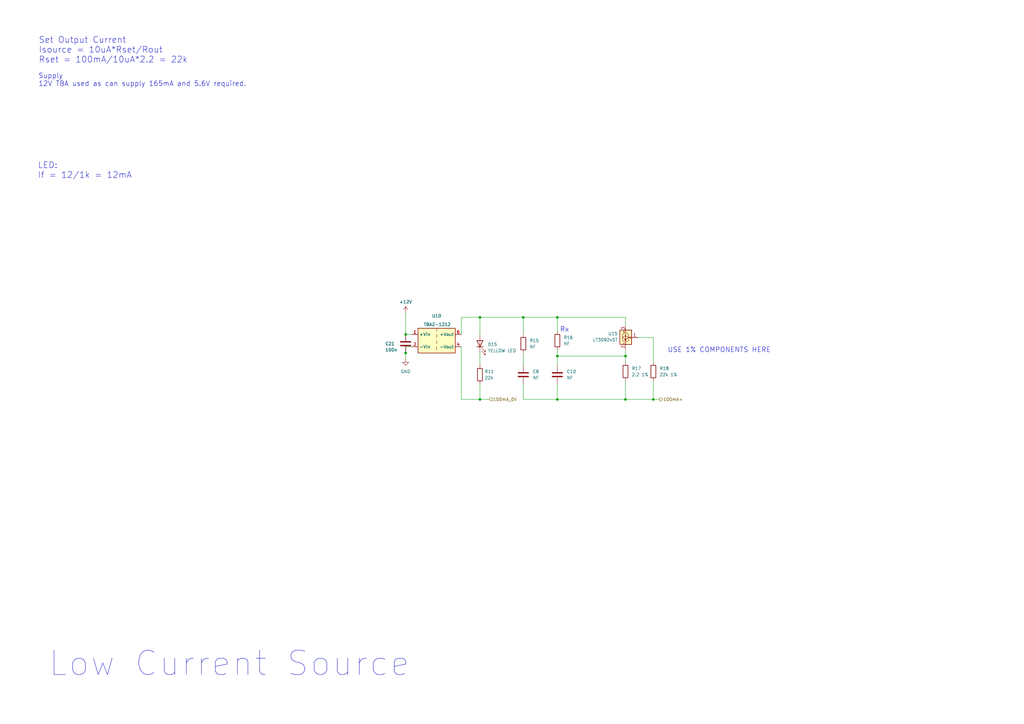
<source format=kicad_sch>
(kicad_sch (version 20231120) (generator "eeschema") (generator_version "8.0")
  (paper "A3")
  (title_block (title "GAVIM V4 TEST 137") (date "2024-06-25") (rev "00.00") (company "Nidec Drives"))
  (lib_symbols
    (symbol "Converter_DCDC:TBA2-1212"
      (property "Reference" "U" (at -6.35 6.35 0))
      (property "Value" "TBA2-1212" (at 2.54 6.35 0))
      (symbol "TBA2-1212_0_1"
        (rectangle (start -7.62 5.08) (end 7.62 -5.08) (stroke (width 0.254)) (fill (type background)))
        (polyline (pts (xy 0 -2.54) (xy 0 -3.81)))
        (polyline (pts (xy 0 0) (xy 0 -1.27)))
        (polyline (pts (xy 0 2.54) (xy 0 1.27)))
        (polyline (pts (xy 0 5.08) (xy 0 3.81)))
      )
      (symbol "TBA2-1212_1_1"
        (pin power_in line (at -10.16 2.54 0) (length 2.54) (name "+Vin") (number "1"))
        (pin power_in line (at -10.16 -2.54 0) (length 2.54) (name "-Vin") (number "2"))
        (pin power_out line (at 10.16 -2.54 180) (length 2.54) (name "-Vout") (number "4"))
        (pin power_out line (at 10.16 2.54 180) (length 2.54) (name "+Vout") (number "6"))
      )
    )
    (symbol "Device:C" (pin_numbers hide) (pin_names (offset 0.254))
      (property "Reference" "C" (at 0.635 2.54 0))
      (property "Value" "C" (at 0.635 -2.54 0))
      (symbol "C_0_1"
        (polyline (pts (xy -2.032 -0.762) (xy 2.032 -0.762)) (stroke (width 0.508)))
        (polyline (pts (xy -2.032 0.762) (xy 2.032 0.762)) (stroke (width 0.508)))
      )
      (symbol "C_1_1"
        (pin passive line (at 0 3.81 270) (length 2.794) (name "~") (number "1"))
        (pin passive line (at 0 -3.81 90) (length 2.794) (name "~") (number "2"))
      )
    )
    (symbol "Device:LED" (pin_numbers hide) (pin_names (offset 1.016) hide)
      (property "Reference" "D" (at 0 2.54 0))
      (property "Value" "LED" (at 0 -2.54 0))
      (symbol "LED_0_1"
        (polyline (pts (xy -1.27 -1.27) (xy -1.27 1.27)) (stroke (width 0.254)))
        (polyline (pts (xy -1.27 0) (xy 1.27 0)))
        (polyline (pts (xy 1.27 -1.27) (xy 1.27 1.27) (xy -1.27 0) (xy 1.27 -1.27)) (stroke (width 0.254)))
        (polyline (pts (xy -3.048 -0.762) (xy -4.572 -2.286) (xy -3.81 -2.286) (xy -4.572 -2.286) (xy -4.572 -1.524)))
        (polyline (pts (xy -1.778 -0.762) (xy -3.302 -2.286) (xy -2.54 -2.286) (xy -3.302 -2.286) (xy -3.302 -1.524)))
      )
      (symbol "LED_1_1"
        (pin passive line (at -3.81 0 0) (length 2.54) (name "K") (number "1"))
        (pin passive line (at 3.81 0 180) (length 2.54) (name "A") (number "2"))
      )
    )
    (symbol "Device:R" (pin_numbers hide) (pin_names (offset 0))
      (property "Reference" "R" (at 2.032 0 90))
      (property "Value" "R" (at 0 0 90))
      (symbol "R_0_1"
        (rectangle (start -1.016 -2.54) (end 1.016 2.54) (stroke (width 0.254)))
      )
      (symbol "R_1_1"
        (pin passive line (at 0 3.81 270) (length 1.27) (name "~") (number "1"))
        (pin passive line (at 0 -3.81 90) (length 1.27) (name "~") (number "2"))
      )
    )
    (symbol "Reference_Current:LT3092xST"
      (property "Reference" "U" (at 0.635 6.35 0))
      (property "Value" "LT3092xST" (at 0.635 4.445 0))
      (symbol "LT3092xST_0_1"
        (rectangle (start -2.286 3.048) (end 2.54 -2.794) (stroke (width 0.254)) (fill (type background)))
        (circle (center 0 -0.635) (radius 1.27))
        (polyline (pts (xy -1.143 -2.413) (xy -0.381 -2.413)))
        (polyline (pts (xy -1.016 2.413) (xy -0.254 2.413)))
        (polyline (pts (xy -0.635 2.794) (xy -0.635 2.032)))
        (polyline (pts (xy 0 -1.905) (xy 0 -3.175)))
        (polyline (pts (xy 0 1.397) (xy 0 -1.397)) (stroke (width 0.254)))
        (polyline (pts (xy 0 3.81) (xy 0 1.905)))
        (polyline (pts (xy 5.08 0) (xy 1.27 0)))
        (polyline (pts (xy 0 -1.397) (xy -0.254 -0.889) (xy 0.254 -0.889) (xy 0 -1.397)) (stroke (width 0.254)))
        (polyline (pts (xy 1.27 0) (xy 2.159 0.254) (xy 2.159 -0.254) (xy 1.27 0)))
        (circle (center 0 0.635) (radius 1.27))
      )
      (symbol "LT3092xST_1_1"
        (pin passive line (at 5.08 0 180) (length 2.54) (name "~") (number "1"))
        (pin passive line (at 0 -5.08 90) (length 2.54) (name "~") (number "2"))
        (pin passive line (at 0 5.08 270) (length 2.54) (name "~") (number "3"))
      )
    )
    (symbol "power:+12V" (power) (pin_numbers hide) (pin_names (offset 0) hide)
      (property "Value" "+12V" (at 0 3.556 0))
      (symbol "+12V_0_1"
        (polyline (pts (xy -0.762 1.27) (xy 0 2.54)))
        (polyline (pts (xy 0 0) (xy 0 2.54)))
        (polyline (pts (xy 0 2.54) (xy 0.762 1.27)))
      )
      (symbol "+12V_1_1"
        (pin power_in line (at 0 0 90) (length 0) (name "~") (number "1"))
      )
    )
    (symbol "power:GND" (power) (pin_names (offset 0))
      (property "Value" "GND" (at 0 -3.81 0))
      (symbol "GND_0_1"
        (polyline (pts (xy 0 0) (xy 0 -1.27) (xy 1.27 -1.27) (xy 0 -2.54) (xy -1.27 -1.27) (xy 0 -1.27)))
      )
      (symbol "GND_1_1"
        (pin power_in line (at 0 0 270) (length 0) hide (name "GND") (number "1"))
      )
    )
  )
  (junction (at 267.97 163.83))
  (junction (at 214.63 130.175))
  (junction (at 166.37 137.16))
  (junction (at 228.6 130.175))
  (junction (at 196.85 163.83))
  (junction (at 256.54 146.05))
  (junction (at 166.37 144.78))
  (junction (at 196.85 130.175))
  (junction (at 228.6 146.05))
  (junction (at 228.6 163.83))
  (junction (at 256.54 163.83))
  (wire (pts (xy 196.85 130.175) (xy 214.63 130.175)))
  (wire (pts (xy 256.54 130.175) (xy 256.54 133.35)))
  (wire (pts (xy 166.37 147.32) (xy 166.37 144.78)))
  (wire (pts (xy 267.97 148.59) (xy 267.97 138.43)))
  (wire (pts (xy 214.63 130.175) (xy 228.6 130.175)))
  (wire (pts (xy 189.23 130.175) (xy 189.23 137.16)))
  (wire (pts (xy 166.37 144.78) (xy 166.37 142.24)))
  (wire (pts (xy 228.6 143.51) (xy 228.6 146.05)))
  (wire (pts (xy 256.54 163.83) (xy 267.97 163.83)))
  (wire (pts (xy 256.54 146.05) (xy 256.54 148.59)))
  (wire (pts (xy 189.23 142.24) (xy 189.23 163.83)))
  (wire (pts (xy 196.85 157.48) (xy 196.85 163.83)))
  (wire (pts (xy 214.63 157.48) (xy 214.63 163.83)))
  (wire (pts (xy 256.54 143.51) (xy 256.54 146.05)))
  (wire (pts (xy 256.54 156.21) (xy 256.54 163.83)))
  (wire (pts (xy 267.97 156.21) (xy 267.97 163.83)))
  (wire (pts (xy 267.97 138.43) (xy 261.62 138.43)))
  (wire (pts (xy 196.85 144.78) (xy 196.85 149.86)))
  (wire (pts (xy 196.85 163.83) (xy 200.66 163.83)))
  (wire (pts (xy 214.63 144.78) (xy 214.63 149.86)))
  (wire (pts (xy 228.6 163.83) (xy 256.54 163.83)))
  (wire (pts (xy 228.6 130.175) (xy 256.54 130.175)))
  (wire (pts (xy 228.6 157.48) (xy 228.6 163.83)))
  (wire (pts (xy 196.85 130.175) (xy 196.85 137.16)))
  (wire (pts (xy 189.23 163.83) (xy 196.85 163.83)))
  (wire (pts (xy 228.6 146.05) (xy 256.54 146.05)))
  (wire (pts (xy 267.97 163.83) (xy 270.51 163.83)))
  (wire (pts (xy 228.6 130.175) (xy 228.6 135.89)))
  (wire (pts (xy 189.23 130.175) (xy 196.85 130.175)))
  (wire (pts (xy 228.6 146.05) (xy 228.6 149.86)))
  (wire (pts (xy 166.37 142.24) (xy 168.91 142.24)))
  (wire (pts (xy 166.37 137.16) (xy 168.91 137.16)))
  (wire (pts (xy 214.63 163.83) (xy 228.6 163.83)))
  (wire (pts (xy 214.63 130.175) (xy 214.63 137.16)))
  (wire (pts (xy 166.37 128.27) (xy 166.37 137.16)))
  (text "Supply\n12V TBA used as can supply 165mA and 5.6V required.\n\n" (at 15.748 38.862 0) (effects (font (size 2 2)) (justify left bottom)))
  (text "LED:\nIf = 12/1k = 12mA" (at 15.494 73.406 0) (effects (font (size 2.5 2.5)) (justify left bottom)))
  (text "Rx" (at 229.616 136.398 0) (effects (font (size 2 2)) (justify left bottom)))
  (text "Set Output Current\nIsource = 10uA*Rset/Rout\nRset = 100mA/10uA*2.2 = 22k" (at 15.875 26.035 0) (effects (font (size 2.5 2.5)) (justify left bottom)))
  (text "USE 1% COMPONENTS HERE" (at 273.812 144.78 0) (effects (font (size 2 2)) (justify left bottom)))
  (text "Low Current Source" (at 19.685 278.13 0) (effects (font (size 10 10)) (justify left bottom)))
  (hierarchical_label "100mA_0V" (shape input) (at 200.66 163.83 0))
  (hierarchical_label "100mA+" (shape output) (at 270.51 163.83 0))
  (symbol (lib_id "Device:LED") (at 196.85 140.97 90) (unit 1)
    (property "Reference" "D15" (at 200.025 141.2875 90) (effects (justify right)))
    (property "Value" "YELLOW LED" (at 200.025 143.8275 90) (effects (justify right)))
    (property "Footprint" "LED_THT:LED_D4.0mm" (effects (hide yes)))
    (property "CT Part Number" "N/A" (effects (hide yes)))
    (instances (project "TEST137" (path "" (reference "D15") (unit 1)) (path "" (reference "D13") (unit 1)) (path "" (reference "D11") (unit 1)) (path "" (reference "D14") (unit 1)) (path "" (reference "D12") (unit 1))))
  )
  (symbol (lib_id "Device:C") (at 214.63 153.67 0) (unit 1)
    (property "Reference" "C8" (at 218.44 152.4 0) (effects (justify left)))
    (property "Value" "NF" (at 218.44 154.94 0) (effects (justify left)))
    (property "Footprint" "Capacitor_SMD:C_0603_1608Metric_Pad1.08x0.95mm_HandSolder" (effects (hide yes)))
    (property "CT Part Number" "N/A" (effects (hide yes)))
    (instances (project "TEST137" (path "" (reference "C8") (unit 1)) (path "" (reference "C7") (unit 1)) (path "" (reference "C11") (unit 1)) (path "" (reference "C15") (unit 1)) (path "" (reference "C9") (unit 1))))
  )
  (symbol (lib_id "Device:R") (at 256.54 152.4 0) (unit 1)
    (property "Reference" "R17" (at 259.08 151.13 0) (effects (justify left)))
    (property "Value" "2.2 1%" (at 259.08 153.67 0) (effects (justify left)))
    (property "Footprint" "Resistor_SMD:R_0603_1608Metric_Pad0.98x0.95mm_HandSolder" (effects (hide yes)))
    (property "CT Part Number" "N/A" (effects (hide yes)))
    (instances (project "TEST137" (path "" (reference "R17") (unit 1)) (path "" (reference "R44") (unit 1)) (path "" (reference "R54") (unit 1)) (path "" (reference "R64") (unit 1)) (path "" (reference "R49") (unit 1))))
  )
  (symbol (lib_id "Device:R") (at 228.6 139.7 0) (unit 1)
    (property "Reference" "R16" (at 231.14 138.43 0) (effects (justify left)))
    (property "Value" "NF" (at 231.14 140.97 0) (effects (justify left)))
    (property "Footprint" "Resistor_SMD:R_0603_1608Metric_Pad0.98x0.95mm_HandSolder" (effects (hide yes)))
    (property "CT Part Number" "N/A" (effects (hide yes)))
    (instances (project "TEST137" (path "" (reference "R16") (unit 1)) (path "" (reference "R43") (unit 1)) (path "" (reference "R53") (unit 1)) (path "" (reference "R63") (unit 1)) (path "" (reference "R48") (unit 1))))
  )
  (symbol (lib_id "Converter_DCDC:TBA2-1212") (at 179.07 139.7 0) (unit 1)
    (property "Reference" "U10" (at 179.07 129.54 0))
    (property "Value" "TBA2-1212" (at 179.324 133.096 0))
    (property "Footprint" "Imported Parts:TBA21213" (effects (hide yes)))
    (property "Datasheet" "https://www.tracopower.com/products/tba2.pdf" (effects (hide yes)))
    (property "Description" "2W DC/DC converter unregulated, 10.8-13.2V input, 12V fixed output voltage, 165mA output, 1.5kVDC isolation, SIP-7" (effects (hide yes)))
    (property "CT Part Number" "N/A" (effects (hide yes)))
    (property "Link (Ext)" "https://www.mouser.co.uk/ProductDetail/TRACO-Power/TBA-2-1212?qs=byeeYqUIh0ON8U3yVOJqLg%3D%3D" (effects (hide yes)))
    (instances (project "TEST137" (path "" (reference "U10") (unit 1)) (path "" (reference "U12") (unit 1)) (path "" (reference "U9") (unit 1)) (path "" (reference "U13") (unit 1)) (path "" (reference "U11") (unit 1))))
  )
  (symbol (lib_id "Device:C") (at 166.37 140.97 0) (unit 1)
    (property "Reference" "C21" (at 157.988 140.97 0) (effects (justify left)))
    (property "Value" "100n" (at 157.988 143.51 0) (effects (justify left)))
    (property "Footprint" "Capacitor_SMD:C_0603_1608Metric_Pad1.08x0.95mm_HandSolder" (effects (hide yes)))
    (property "Description" "Unpolarized capacitor" (effects (hide yes)))
    (property "CT Part Number" "1425-6104" (effects (hide yes)))
    (instances (project "TEST137" (path "" (reference "C21") (unit 1)) (path "" (reference "C23") (unit 1)) (path "" (reference "C25") (unit 1)) (path "" (reference "C22") (unit 1)) (path "" (reference "C24") (unit 1))))
  )
  (symbol (lib_id "Device:R") (at 196.85 153.67 0) (unit 1)
    (property "Reference" "R11" (at 198.755 152.4 0) (effects (justify left)))
    (property "Value" "22k" (at 198.755 154.94 0) (effects (justify left)))
    (property "Footprint" "Resistor_SMD:R_0603_1608Metric_Pad0.98x0.95mm_HandSolder" (effects (hide yes)))
    (property "CT Part Number" "1127-4101" (effects (hide yes)))
    (instances (project "TEST137" (path "" (reference "R11") (unit 1)) (path "" (reference "R27") (unit 1)) (path "" (reference "R51") (unit 1)) (path "" (reference "R61") (unit 1)) (path "" (reference "R46") (unit 1))))
  )
  (symbol (lib_id "power:GND") (at 166.37 147.32 0) (unit 1)
    (property "Reference" "#PWR018" (effects (hide yes)))
    (property "Value" "GND" (at 166.37 152.4 0))
    (instances (project "TEST137" (path "" (reference "#PWR018") (unit 1)) (path "" (reference "#PWR042") (unit 1)) (path "" (reference "#PWR046") (unit 1)) (path "" (reference "#PWR050") (unit 1)) (path "" (reference "#PWR044") (unit 1))))
  )
  (symbol (lib_id "Device:C") (at 228.6 153.67 0) (unit 1)
    (property "Reference" "C10" (at 232.41 152.4 0) (effects (justify left)))
    (property "Value" "NF" (at 232.41 154.94 0) (effects (justify left)))
    (property "Footprint" "Capacitor_SMD:C_0603_1608Metric_Pad1.08x0.95mm_HandSolder" (effects (hide yes)))
    (property "CT Part Number" "N/A" (effects (hide yes)))
    (instances (project "TEST137" (path "" (reference "C10") (unit 1)) (path "" (reference "C2") (unit 1)) (path "" (reference "C4") (unit 1)) (path "" (reference "C1") (unit 1)) (path "" (reference "C3") (unit 1))))
  )
  (symbol (lib_id "Reference_Current:LT3092xST") (at 256.54 138.43 0) (unit 1)
    (property "Reference" "U15" (at 253.365 136.8425 0) (effects (justify right)))
    (property "Value" "LT3092xST" (at 253.365 139.3825 0) (effects (justify right)))
    (property "Footprint" "Package_TO_SOT_SMD:SOT-223-3_TabPin2" (effects (hide yes)))
    (property "Datasheet" "https://www.analog.com/media/en/technical-documentation/data-sheets/3092fc.pdf" (effects (hide yes)))
    (property "CT Part Number" "N/A" (effects (hide yes)))
    (property "Link (Ext)" "https://www.mouser.co.uk/ProductDetail/Analog-Devices/LT3092MPSTPBF?qs=hVkxg5c3xu8pZhW%2F4dcGqw%3D%3D" (effects (hide yes)))
    (instances (project "TEST137" (path "" (reference "U15") (unit 1)) (path "" (reference "U18") (unit 1)) (path "" (reference "U22") (unit 1)) (path "" (reference "U26") (unit 1)) (path "" (reference "U20") (unit 1))))
  )
  (symbol (lib_id "Device:R") (at 267.97 152.4 0) (unit 1)
    (property "Reference" "R18" (at 270.51 151.13 0) (effects (justify left)))
    (property "Value" "22k 1%" (at 270.51 153.67 0) (effects (justify left)))
    (property "Footprint" "Resistor_SMD:R_0603_1608Metric_Pad0.98x0.95mm_HandSolder" (effects (hide yes)))
    (property "CT Part Number" "1127-5221" (effects (hide yes)))
    (instances (project "TEST137" (path "" (reference "R18") (unit 1)) (path "" (reference "R45") (unit 1)) (path "" (reference "R55") (unit 1)) (path "" (reference "R65") (unit 1)) (path "" (reference "R50") (unit 1))))
  )
  (symbol (lib_id "Device:R") (at 214.63 140.97 0) (unit 1)
    (property "Reference" "R15" (at 217.17 139.7 0) (effects (justify left)))
    (property "Value" "NF" (at 217.17 142.24 0) (effects (justify left)))
    (property "Footprint" "Resistor_SMD:R_0603_1608Metric_Pad0.98x0.95mm_HandSolder" (effects (hide yes)))
    (property "CT Part Number" "N/A" (effects (hide yes)))
    (instances (project "TEST137" (path "" (reference "R15") (unit 1)) (path "" (reference "R28") (unit 1)) (path "" (reference "R52") (unit 1)) (path "" (reference "R62") (unit 1)) (path "" (reference "R47") (unit 1))))
  )
  (symbol (lib_id "power:+12V") (at 166.37 128.27 0) (unit 1)
    (property "Reference" "#PWR017" (effects (hide yes)))
    (property "Value" "+12V" (at 166.37 123.825 0))
    (property "Description" "Power symbol creates a global label with name \"+12V\"" (effects (hide yes)))
    (instances (project "TEST137" (path "" (reference "#PWR017") (unit 1)) (path "" (reference "#PWR041") (unit 1)) (path "" (reference "#PWR045") (unit 1)) (path "" (reference "#PWR049") (unit 1)) (path "" (reference "#PWR043") (unit 1))))
  )
)
</source>
